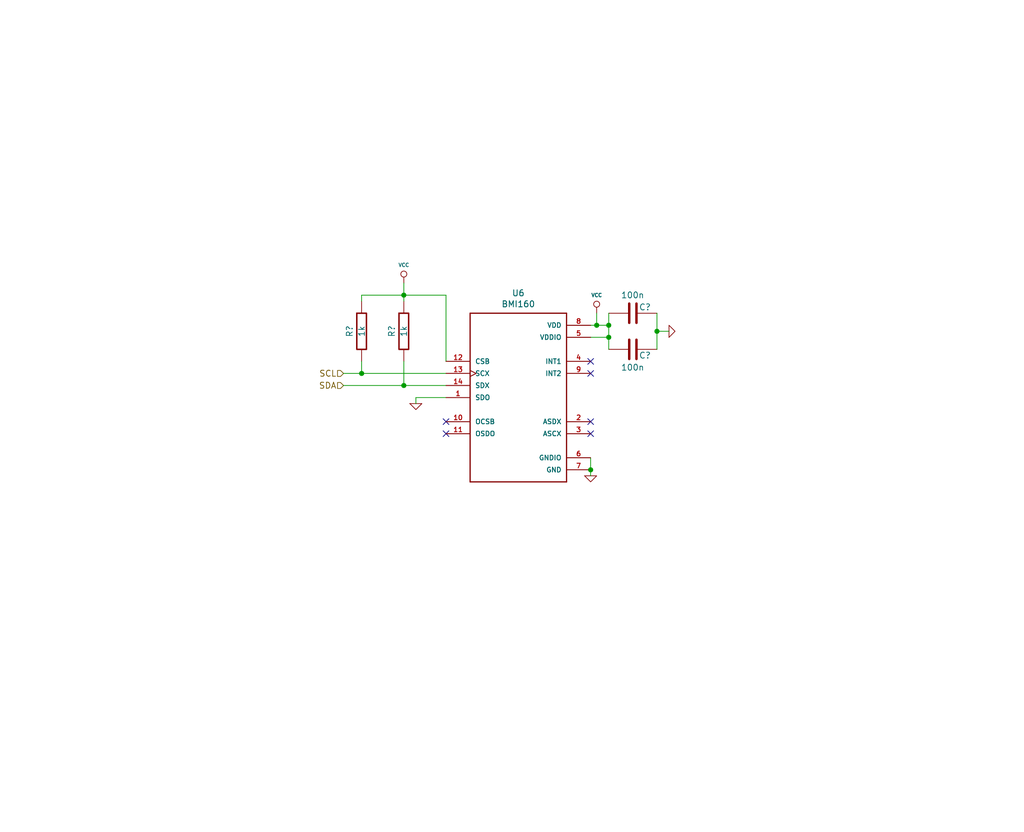
<source format=kicad_sch>
(kicad_sch (version 20231120) (generator "eeschema") (generator_version "8.0")
  (paper "User" 215.798 175.412)
  (title_block (title "Cheap FOCer 2") (date "2020-04-08") (rev "0.9") (company "Shaman Systems") (comment 1 "Root") (comment 4 "Top level"))
  (lib_symbols
    (symbol "BLDC_4-rescue:C-RESCUE-BLDC_4" (pin_numbers hide) (pin_names (offset 0.254))
      (property "Reference" "C" (at 0 2.54 0))
      (property "Value" "C-RESCUE-BLDC_4" (at 0.1524 -2.159 0))
      (symbol "C-RESCUE-BLDC_4_0_1"
        (polyline (pts (xy -2.032 -0.762) (xy 2.032 -0.762)) (stroke (width 0.508)))
        (polyline (pts (xy -2.032 0.762) (xy 2.032 0.762)) (stroke (width 0.508)))
      )
      (symbol "C-RESCUE-BLDC_4_1_1"
        (pin passive line (at 0 5.08 270) (length 4.318) (name "~") (number "1"))
        (pin passive line (at 0 -5.08 90) (length 4.318) (name "~") (number "2"))
      )
    )
    (symbol "BLDC_4-rescue:GND-RESCUE-BLDC_4" (power) (pin_names (offset 0))
      (symbol "GND-RESCUE-BLDC_4_0_1"
        (polyline (pts (xy -1.27 0) (xy 0 -1.27) (xy 1.27 0) (xy -1.27 0)))
      )
      (symbol "GND-RESCUE-BLDC_4_1_1"
        (pin power_in line (at 0 0 90) (length 0) hide (name "GND") (number "1"))
      )
    )
    (symbol "BLDC_4-rescue:R-RESCUE-BLDC_4" (pin_numbers hide) (pin_names (offset 0))
      (property "Reference" "R" (at 2.032 0 90))
      (property "Value" "R-RESCUE-BLDC_4" (at 0.1778 0.0254 90))
      (symbol "R-RESCUE-BLDC_4_0_1"
        (rectangle (start -1.016 3.81) (end 1.016 -3.81) (stroke (width 0.3048)))
      )
      (symbol "R-RESCUE-BLDC_4_1_1"
        (pin passive line (at 0 6.35 270) (length 2.54) (name "~") (number "1"))
        (pin passive line (at 0 -6.35 90) (length 2.54) (name "~") (number "2"))
      )
    )
    (symbol "BLDC_4-rescue:VCC" (power) (pin_names (offset 0))
      (property "Value" "VCC" (at 0 3.81 0))
      (symbol "VCC_0_1"
        (polyline (pts (xy 0 0) (xy 0 1.27)))
        (circle (center 0 1.905) (radius 0.635))
      )
      (symbol "VCC_1_1"
        (pin power_in line (at 0 0 90) (length 0) hide (name "VCC") (number "1"))
      )
    )
    (symbol "Cheap-FOCer-2-60mm-rescue:BMI160-IMU" (pin_names (offset 1.016))
      (property "Reference" "U" (at -10.16 18.415 0))
      (property "Value" "BMI160-IMU" (at -10.16 -20.32 0))
      (symbol "BMI160-IMU_0_0"
        (polyline (pts (xy -10.16 -17.78) (xy -10.16 17.78)) (stroke (width 0.254)))
        (polyline (pts (xy -10.16 17.78) (xy 10.16 17.78)) (stroke (width 0.254)))
        (polyline (pts (xy 10.16 -17.78) (xy -10.16 -17.78)) (stroke (width 0.254)))
        (polyline (pts (xy 10.16 17.78) (xy 10.16 -17.78)) (stroke (width 0.254)))
        (pin bidirectional line (at -15.24 0 0) (length 5.08) (name "SDO") (number "1"))
        (pin bidirectional line (at -15.24 -5.08 0) (length 5.08) (name "OCSB") (number "10"))
        (pin bidirectional line (at -15.24 -7.62 0) (length 5.08) (name "OSDO") (number "11"))
        (pin input line (at -15.24 7.62 0) (length 5.08) (name "CSB") (number "12"))
        (pin input clock (at -15.24 5.08 0) (length 5.08) (name "SCX") (number "13"))
        (pin bidirectional line (at -15.24 2.54 0) (length 5.08) (name "SDX") (number "14"))
        (pin bidirectional line (at 15.24 -5.08 180) (length 5.08) (name "ASDX") (number "2"))
        (pin output line (at 15.24 -7.62 180) (length 5.08) (name "ASCX") (number "3"))
        (pin bidirectional line (at 15.24 7.62 180) (length 5.08) (name "INT1") (number "4"))
        (pin power_in line (at 15.24 12.7 180) (length 5.08) (name "VDDIO") (number "5"))
        (pin power_in line (at 15.24 -12.7 180) (length 5.08) (name "GNDIO") (number "6"))
        (pin power_in line (at 15.24 -15.24 180) (length 5.08) (name "GND") (number "7"))
        (pin power_in line (at 15.24 15.24 180) (length 5.08) (name "VDD") (number "8"))
        (pin bidirectional line (at 15.24 5.08 180) (length 5.08) (name "INT2") (number "9"))
      )
    )
  )
  (junction (at 124.46 99.06))
  (junction (at 85.09 81.28))
  (junction (at 76.2 78.74))
  (junction (at 128.27 71.12))
  (junction (at 125.73 68.58))
  (junction (at 128.27 68.58))
  (junction (at 85.09 62.23))
  (junction (at 138.43 69.85))
  (no_connect (at 124.46 88.9))
  (no_connect (at 93.98 88.9))
  (no_connect (at 124.46 76.2))
  (no_connect (at 124.46 91.44))
  (no_connect (at 124.46 78.74))
  (no_connect (at 93.98 91.44))
  (wire (pts (xy 124.46 68.58) (xy 125.73 68.58)))
  (wire (pts (xy 72.39 78.74) (xy 76.2 78.74)))
  (wire (pts (xy 76.2 63.5) (xy 76.2 62.23)))
  (wire (pts (xy 138.43 69.85) (xy 138.43 73.66)))
  (wire (pts (xy 124.46 99.06) (xy 124.46 100.33)))
  (wire (pts (xy 85.09 81.28) (xy 93.98 81.28)))
  (wire (pts (xy 85.09 62.23) (xy 93.98 62.23)))
  (wire (pts (xy 85.09 62.23) (xy 85.09 59.69)))
  (wire (pts (xy 128.27 71.12) (xy 128.27 73.66)))
  (wire (pts (xy 85.09 81.28) (xy 72.39 81.28)))
  (wire (pts (xy 93.98 78.74) (xy 76.2 78.74)))
  (wire (pts (xy 124.46 71.12) (xy 128.27 71.12)))
  (wire (pts (xy 138.43 66.04) (xy 138.43 69.85)))
  (wire (pts (xy 125.73 68.58) (xy 128.27 68.58)))
  (wire (pts (xy 87.63 83.82) (xy 87.63 85.09)))
  (wire (pts (xy 128.27 66.04) (xy 128.27 68.58)))
  (wire (pts (xy 128.27 68.58) (xy 128.27 71.12)))
  (wire (pts (xy 85.09 63.5) (xy 85.09 62.23)))
  (wire (pts (xy 93.98 83.82) (xy 87.63 83.82)))
  (wire (pts (xy 93.98 62.23) (xy 93.98 76.2)))
  (wire (pts (xy 76.2 62.23) (xy 85.09 62.23)))
  (wire (pts (xy 85.09 76.2) (xy 85.09 81.28)))
  (wire (pts (xy 124.46 96.52) (xy 124.46 99.06)))
  (wire (pts (xy 76.2 78.74) (xy 76.2 76.2)))
  (wire (pts (xy 125.73 66.04) (xy 125.73 68.58)))
  (wire (pts (xy 140.97 69.85) (xy 138.43 69.85)))
  (hierarchical_label "SDA" (shape input) (at 72.39 81.28 180))
  (hierarchical_label "SCL" (shape input) (at 72.39 78.74 180))
  (symbol (lib_id "BLDC_4-rescue:R-RESCUE-BLDC_4") (at 85.09 69.85 180) (unit 1)
    (property "Reference" "R50" (at 82.55 69.85 90))
    (property "Value" "1k" (at 85.09 69.85 90))
    (property "Footprint" "Resistor_SMD:R_0603_1608Metric" (effects (hide yes)))
    (instances (project "" (path "" (reference "R?") (unit 1)) (path "" (reference "R70") (unit 1))))
  )
  (symbol (lib_id "BLDC_4-rescue:R-RESCUE-BLDC_4") (at 76.2 69.85 0) (unit 1)
    (property "Reference" "R49" (at 73.66 69.85 90))
    (property "Value" "1k" (at 76.2 69.85 90))
    (property "Footprint" "Resistor_SMD:R_0603_1608Metric" (effects (hide yes)))
    (instances (project "" (path "" (reference "R?") (unit 1)) (path "" (reference "R69") (unit 1))))
  )
  (symbol (lib_id "BLDC_4-rescue:GND-RESCUE-BLDC_4") (at 124.46 100.33 0) (unit 1)
    (property "Reference" "#PWR?" (effects (hide yes)))
    (property "Value" "GND" (effects (hide yes)))
    (instances (project "" (path "" (reference "#PWR?") (unit 1)) (path "" (reference "#PWR?") (unit 1)) (path "" (reference "#PWR0111") (unit 1))))
  )
  (symbol (lib_id "BLDC_4-rescue:GND-RESCUE-BLDC_4") (at 87.63 85.09 0) (unit 1)
    (property "Reference" "#PWR?" (effects (hide yes)))
    (property "Value" "GND" (effects (hide yes)))
    (instances (project "" (path "" (reference "#PWR?") (unit 1)) (path "" (reference "#PWR?") (unit 1)) (path "" (reference "#PWR0110") (unit 1))))
  )
  (symbol (lib_name "Cheap-FOCer-2-60mm-rescue:BMI160-IMU") (lib_id "Cheap-FOCer-2-60mm-rescue:BMI160-IMU") (at 109.22 83.82 0) (unit 1)
    (property "Reference" "U6" (at 109.22 61.7982 0))
    (property "Value" "BMI160" (at 109.22 64.1096 0))
    (property "Footprint" "Package_LGA:Bosch_LGA-14_3x2.5mm_P0.5mm" (effects (hide yes)))
    (property "Field4" "Bosch" (effects (hide yes)))
    (property "Field5" "Unavailable" (effects (hide yes)))
    (property "Field6" "LGA-14 Bosch" (effects (hide yes)))
    (property "Field7" "None" (effects (hide yes)))
    (property "Field8" "BMI160" (effects (hide yes)))
  )
  (symbol (lib_id "BLDC_4-rescue:C-RESCUE-BLDC_4") (at 133.35 66.04 270) (unit 1)
    (property "Reference" "C?" (at 134.62 64.77 90) (effects (justify left)))
    (property "Value" "100n" (at 130.81 62.23 90) (effects (justify left)))
    (property "Footprint" "Capacitor_SMD:C_0603_1608Metric" (effects (hide yes)))
    (instances (project "" (path "" (reference "C?") (unit 1)) (path "" (reference "C?") (unit 1)) (path "" (reference "C60") (unit 1))))
  )
  (symbol (lib_id "BLDC_4-rescue:C-RESCUE-BLDC_4") (at 133.35 73.66 270) (unit 1)
    (property "Reference" "C?" (at 134.62 74.93 90) (effects (justify left)))
    (property "Value" "100n" (at 130.81 77.47 90) (effects (justify left)))
    (property "Footprint" "Capacitor_SMD:C_0603_1608Metric" (effects (hide yes)))
    (instances (project "" (path "" (reference "C?") (unit 1)) (path "" (reference "C?") (unit 1)) (path "" (reference "C64") (unit 1))))
  )
  (symbol (lib_id "BLDC_4-rescue:VCC") (at 85.09 59.69 0) (unit 1)
    (property "Reference" "#PWR06" (effects (hide yes)))
    (property "Value" "VCC" (at 85.09 55.88 0) (effects (font (size 0.762 0.762))))
    (instances (project "" (path "" (reference "#PWR?") (unit 1)) (path "" (reference "#PWR0108") (unit 1))))
  )
  (symbol (lib_id "BLDC_4-rescue:VCC") (at 125.73 66.04 0) (unit 1)
    (property "Reference" "#PWR017" (effects (hide yes)))
    (property "Value" "VCC" (at 125.73 62.23 0) (effects (font (size 0.762 0.762))))
    (instances (project "" (path "" (reference "#PWR?") (unit 1)) (path "" (reference "#PWR0109") (unit 1))))
  )
  (symbol (lib_id "BLDC_4-rescue:GND-RESCUE-BLDC_4") (at 140.97 69.85 90) (unit 1)
    (property "Reference" "#PWR?" (effects (hide yes)))
    (property "Value" "GND" (effects (hide yes)))
    (instances (project "" (path "" (reference "#PWR?") (unit 1)) (path "" (reference "#PWR?") (unit 1)) (path "" (reference "#PWR0106") (unit 1))))
  )
)
</source>
